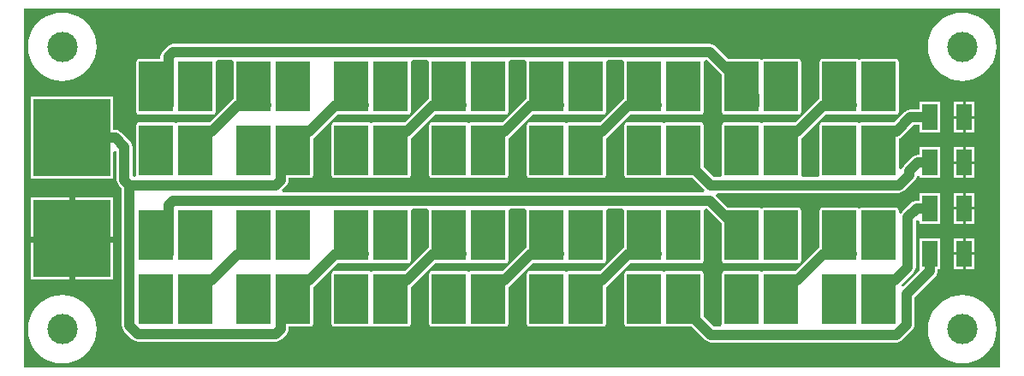
<source format=gtl>
G04*
G04 #@! TF.GenerationSoftware,Altium Limited,Altium Designer,19.0.15 (446)*
G04*
G04 Layer_Physical_Order=1*
G04 Layer_Color=255*
%FSLAX25Y25*%
%MOIN*%
G70*
G01*
G75*
%ADD19R,0.03150X0.04331*%
%ADD20R,0.06000X0.10000*%
%ADD21C,0.02400*%
%ADD22C,0.00500*%
%ADD23C,0.04000*%
%ADD24R,0.13386X0.19685*%
%ADD25C,0.11811*%
%ADD26R,0.30000X0.30000*%
%ADD27C,0.05000*%
G36*
X380870Y1020D02*
X1020Y1020D01*
X1020Y140713D01*
X380870Y140713D01*
X380870Y1020D01*
D02*
G37*
%LPC*%
G36*
X366142Y139336D02*
X364053Y139172D01*
X362016Y138683D01*
X360080Y137881D01*
X358294Y136786D01*
X356700Y135426D01*
X355340Y133833D01*
X354245Y132046D01*
X353443Y130110D01*
X352954Y128073D01*
X352790Y125984D01*
X352954Y123896D01*
X353443Y121858D01*
X354245Y119922D01*
X355340Y118136D01*
X356700Y116543D01*
X358294Y115182D01*
X360080Y114087D01*
X362016Y113286D01*
X364053Y112796D01*
X366142Y112632D01*
X368231Y112796D01*
X370268Y113286D01*
X372203Y114087D01*
X373990Y115182D01*
X375583Y116543D01*
X376944Y118136D01*
X378039Y119922D01*
X378840Y121858D01*
X379329Y123896D01*
X379494Y125984D01*
X379329Y128073D01*
X378840Y130110D01*
X378039Y132046D01*
X376944Y133833D01*
X375583Y135426D01*
X373990Y136786D01*
X372203Y137881D01*
X370268Y138683D01*
X368231Y139172D01*
X366142Y139336D01*
D02*
G37*
G36*
X15748D02*
X13659Y139172D01*
X11622Y138683D01*
X9686Y137881D01*
X7900Y136786D01*
X6307Y135426D01*
X4946Y133833D01*
X3851Y132046D01*
X3049Y130110D01*
X2560Y128073D01*
X2396Y125984D01*
X2560Y123896D01*
X3049Y121858D01*
X3851Y119922D01*
X4946Y118136D01*
X6307Y116543D01*
X7900Y115182D01*
X9686Y114087D01*
X11622Y113286D01*
X13659Y112796D01*
X15748Y112632D01*
X17837Y112796D01*
X19874Y113286D01*
X21810Y114087D01*
X23596Y115182D01*
X25189Y116543D01*
X26550Y118136D01*
X27645Y119922D01*
X28447Y121858D01*
X28936Y123896D01*
X29100Y125984D01*
X28936Y128073D01*
X28447Y130110D01*
X27645Y132046D01*
X26550Y133833D01*
X25189Y135426D01*
X23596Y136786D01*
X21810Y137881D01*
X19874Y138683D01*
X17837Y139172D01*
X15748Y139336D01*
D02*
G37*
G36*
X370986Y104425D02*
X367486D01*
Y98925D01*
X370986D01*
Y104425D01*
D02*
G37*
G36*
X366486D02*
X362986D01*
Y98925D01*
X366486D01*
Y104425D01*
D02*
G37*
G36*
X268000Y127026D02*
X59000D01*
X58217Y126923D01*
X57487Y126620D01*
X56860Y126140D01*
X54908Y124187D01*
X54427Y123560D01*
X54124Y122830D01*
X54021Y122047D01*
Y121264D01*
X45630D01*
X45240Y121186D01*
X44909Y120965D01*
X44688Y120634D01*
X44610Y120244D01*
Y100559D01*
X44688Y100169D01*
X44909Y99838D01*
X45240Y99617D01*
X45630Y99540D01*
X59016D01*
X59406Y99617D01*
X59737Y99838D01*
X60263D01*
X60594Y99617D01*
X60984Y99540D01*
X74370D01*
X74760Y99617D01*
X75091Y99838D01*
X75312Y100169D01*
X75390Y100559D01*
Y120244D01*
X76196Y120974D01*
X81804D01*
X82610Y120244D01*
Y105741D01*
X82605Y105739D01*
X81978Y105258D01*
X73181Y96460D01*
X60984D01*
X60594Y96383D01*
X60263Y96162D01*
X59737D01*
X59406Y96383D01*
X59016Y96460D01*
X45630D01*
X45240Y96383D01*
X44909Y96162D01*
X44688Y95831D01*
X44610Y95441D01*
Y75912D01*
X43808Y75278D01*
X43026Y75542D01*
Y87000D01*
X43026Y87000D01*
X42923Y87783D01*
X42621Y88513D01*
X42140Y89140D01*
X38589Y92691D01*
X37962Y93172D01*
X37232Y93474D01*
X36449Y93577D01*
X35685D01*
Y106551D01*
X3685D01*
Y74551D01*
X35685D01*
Y84881D01*
X36685Y85391D01*
X36974Y85181D01*
Y74000D01*
X37077Y73217D01*
X37380Y72487D01*
X37860Y71860D01*
X38974Y70747D01*
Y17143D01*
X39077Y16360D01*
X39380Y15630D01*
X39860Y15004D01*
X43004Y11860D01*
X43630Y11379D01*
X44360Y11077D01*
X45143Y10974D01*
X99000D01*
X99783Y11077D01*
X100513Y11379D01*
X101140Y11860D01*
X103092Y13813D01*
X103573Y14440D01*
X103876Y15170D01*
X103979Y15953D01*
Y16736D01*
X112370D01*
X112760Y16814D01*
X113091Y17035D01*
X113312Y17366D01*
X113390Y17756D01*
Y32259D01*
X113395Y32261D01*
X114022Y32742D01*
X122819Y41539D01*
X135016D01*
X135406Y41617D01*
X135737Y41838D01*
X136263D01*
X136594Y41617D01*
X136984Y41539D01*
X150370D01*
X150760Y41617D01*
X151091Y41838D01*
X151312Y42169D01*
X151390Y42559D01*
Y62244D01*
X152196Y62974D01*
X157804D01*
X158610Y62244D01*
Y47741D01*
X158605Y47739D01*
X157978Y47258D01*
X149181Y38460D01*
X136984D01*
X136594Y38383D01*
X136263Y38162D01*
X135737D01*
X135406Y38383D01*
X135016Y38460D01*
X121630D01*
X121240Y38383D01*
X120909Y38162D01*
X120688Y37831D01*
X120610Y37441D01*
Y17756D01*
X120688Y17366D01*
X120909Y17035D01*
X121240Y16814D01*
X121630Y16736D01*
X135016D01*
X135406Y16814D01*
X135737Y17035D01*
X136263D01*
X136594Y16814D01*
X136984Y16736D01*
X150370D01*
X150760Y16814D01*
X151091Y17035D01*
X151312Y17366D01*
X151390Y17756D01*
Y32259D01*
X151395Y32261D01*
X152022Y32742D01*
X160819Y41539D01*
X173016D01*
X173406Y41617D01*
X173737Y41838D01*
X174263D01*
X174594Y41617D01*
X174984Y41539D01*
X188370D01*
X188760Y41617D01*
X189091Y41838D01*
X189312Y42169D01*
X189390Y42559D01*
Y62244D01*
X190196Y62974D01*
X195804D01*
X196610Y62244D01*
Y47741D01*
X196605Y47739D01*
X195978Y47258D01*
X187181Y38460D01*
X174984D01*
X174594Y38383D01*
X174263Y38162D01*
X173737D01*
X173406Y38383D01*
X173016Y38460D01*
X159630D01*
X159240Y38383D01*
X158909Y38162D01*
X158688Y37831D01*
X158610Y37441D01*
Y17756D01*
X158688Y17366D01*
X158909Y17035D01*
X159240Y16814D01*
X159630Y16736D01*
X173016D01*
X173406Y16814D01*
X173737Y17035D01*
X174263D01*
X174594Y16814D01*
X174984Y16736D01*
X188370D01*
X188760Y16814D01*
X189091Y17035D01*
X189312Y17366D01*
X189390Y17756D01*
Y32259D01*
X189395Y32261D01*
X190022Y32742D01*
X198819Y41539D01*
X211016D01*
X211406Y41617D01*
X211737Y41838D01*
X212263D01*
X212594Y41617D01*
X212984Y41539D01*
X226370D01*
X226760Y41617D01*
X227091Y41838D01*
X227312Y42169D01*
X227390Y42559D01*
Y62244D01*
X228196Y62974D01*
X233804D01*
X234610Y62244D01*
Y47741D01*
X234605Y47739D01*
X233979Y47258D01*
X225181Y38460D01*
X212984D01*
X212594Y38383D01*
X212263Y38162D01*
X211737D01*
X211406Y38383D01*
X211016Y38460D01*
X197630D01*
X197240Y38383D01*
X196909Y38162D01*
X196688Y37831D01*
X196610Y37441D01*
Y17756D01*
X196688Y17366D01*
X196909Y17035D01*
X197240Y16814D01*
X197630Y16736D01*
X211016D01*
X211406Y16814D01*
X211737Y17035D01*
X212263D01*
X212594Y16814D01*
X212984Y16736D01*
X226370D01*
X226760Y16814D01*
X227091Y17035D01*
X227312Y17366D01*
X227390Y17756D01*
Y32259D01*
X227395Y32261D01*
X228022Y32742D01*
X236819Y41539D01*
X249016D01*
X249406Y41617D01*
X249737Y41838D01*
X250263D01*
X250594Y41617D01*
X250984Y41539D01*
X264370D01*
X264760Y41617D01*
X265091Y41838D01*
X265312Y42169D01*
X265390Y42559D01*
Y62244D01*
X266196Y62974D01*
X266747D01*
X272610Y57110D01*
Y42559D01*
X272688Y42169D01*
X272909Y41838D01*
X273240Y41617D01*
X273630Y41539D01*
X287016D01*
X287406Y41617D01*
X287737Y41838D01*
X288263D01*
X288594Y41617D01*
X288984Y41539D01*
X302370D01*
X302760Y41617D01*
X303091Y41838D01*
X303312Y42169D01*
X303390Y42559D01*
Y62244D01*
X303312Y62634D01*
X303091Y62965D01*
X302760Y63186D01*
X302370Y63264D01*
X288984D01*
X288594Y63186D01*
X288263Y62965D01*
X287737D01*
X287406Y63186D01*
X287016Y63264D01*
X275016D01*
X270305Y67974D01*
X270455Y68613D01*
X270695Y68974D01*
X341500D01*
X342283Y69077D01*
X343013Y69380D01*
X343640Y69860D01*
X347640Y73860D01*
X348120Y74487D01*
X348423Y75217D01*
X348486Y75699D01*
X349486Y75633D01*
Y74709D01*
X357486D01*
Y86709D01*
X349486D01*
Y83735D01*
X348709D01*
X347925Y83631D01*
X347196Y83329D01*
X346569Y82848D01*
X343360Y79640D01*
X342880Y79013D01*
X342577Y78283D01*
X342550Y78077D01*
X342390Y77972D01*
X341390Y78510D01*
Y90052D01*
X341895Y90261D01*
X342522Y90742D01*
X347179Y95399D01*
X349486D01*
Y92425D01*
X357486D01*
Y104425D01*
X349486D01*
Y101451D01*
X345925D01*
X345142Y101348D01*
X344412Y101046D01*
X343786Y100565D01*
X343786Y100565D01*
X339681Y96460D01*
X326984D01*
X326594Y96383D01*
X326263Y96162D01*
X325737D01*
X325406Y96383D01*
X325016Y96460D01*
X311630D01*
X311240Y96383D01*
X310909Y96162D01*
X310688Y95831D01*
X310610Y95441D01*
Y75756D01*
X309804Y75026D01*
X304196D01*
X303390Y75756D01*
Y90259D01*
X303395Y90261D01*
X304022Y90742D01*
X312819Y99540D01*
X325016D01*
X325406Y99617D01*
X325737Y99838D01*
X326263D01*
X326594Y99617D01*
X326984Y99540D01*
X340370D01*
X340760Y99617D01*
X341091Y99838D01*
X341312Y100169D01*
X341390Y100559D01*
Y120244D01*
X341312Y120634D01*
X341091Y120965D01*
X340760Y121186D01*
X340370Y121264D01*
X326984D01*
X326594Y121186D01*
X326263Y120965D01*
X325737D01*
X325406Y121186D01*
X325016Y121264D01*
X311630D01*
X311240Y121186D01*
X310909Y120965D01*
X310688Y120634D01*
X310610Y120244D01*
Y105741D01*
X310605Y105739D01*
X309979Y105258D01*
X301181Y96460D01*
X288984D01*
X288594Y96383D01*
X288263Y96162D01*
X287737D01*
X287406Y96383D01*
X287016Y96460D01*
X273630D01*
X273240Y96383D01*
X272909Y96162D01*
X272688Y95831D01*
X272610Y95441D01*
Y75756D01*
X271804Y75026D01*
X269379D01*
X265390Y79016D01*
Y95441D01*
X265312Y95831D01*
X265091Y96162D01*
X264760Y96383D01*
X264370Y96460D01*
X250984D01*
X250594Y96383D01*
X250263Y96162D01*
X249737D01*
X249406Y96383D01*
X249016Y96460D01*
X235630D01*
X235240Y96383D01*
X234909Y96162D01*
X234688Y95831D01*
X234610Y95441D01*
Y75756D01*
X234688Y75366D01*
X234909Y75035D01*
X235240Y74814D01*
X235630Y74736D01*
X249016D01*
X249406Y74814D01*
X249737Y75035D01*
X250263D01*
X250594Y74814D01*
X250984Y74736D01*
X261110D01*
X265821Y70026D01*
X265671Y69387D01*
X265431Y69026D01*
X101695D01*
X101455Y69387D01*
X101305Y70026D01*
X103092Y71813D01*
X103573Y72440D01*
X103876Y73170D01*
X103979Y73953D01*
Y74736D01*
X112370D01*
X112760Y74814D01*
X113091Y75035D01*
X113312Y75366D01*
X113390Y75756D01*
Y90259D01*
X113395Y90261D01*
X114022Y90742D01*
X122819Y99540D01*
X135016D01*
X135406Y99617D01*
X135737Y99838D01*
X136263D01*
X136594Y99617D01*
X136984Y99540D01*
X150370D01*
X150760Y99617D01*
X151091Y99838D01*
X151312Y100169D01*
X151390Y100559D01*
Y120244D01*
X152196Y120974D01*
X157804D01*
X158610Y120244D01*
Y105741D01*
X158605Y105739D01*
X157978Y105258D01*
X149181Y96460D01*
X136984D01*
X136594Y96383D01*
X136263Y96162D01*
X135737D01*
X135406Y96383D01*
X135016Y96460D01*
X121630D01*
X121240Y96383D01*
X120909Y96162D01*
X120688Y95831D01*
X120610Y95441D01*
Y75756D01*
X120688Y75366D01*
X120909Y75035D01*
X121240Y74814D01*
X121630Y74736D01*
X135016D01*
X135406Y74814D01*
X135737Y75035D01*
X136263D01*
X136594Y74814D01*
X136984Y74736D01*
X150370D01*
X150760Y74814D01*
X151091Y75035D01*
X151312Y75366D01*
X151390Y75756D01*
Y90259D01*
X151395Y90261D01*
X152022Y90742D01*
X160819Y99540D01*
X173016D01*
X173406Y99617D01*
X173737Y99838D01*
X174263D01*
X174594Y99617D01*
X174984Y99540D01*
X188370D01*
X188760Y99617D01*
X189091Y99838D01*
X189312Y100169D01*
X189390Y100559D01*
Y120244D01*
X190196Y120974D01*
X195804D01*
X196610Y120244D01*
Y105741D01*
X196605Y105739D01*
X195978Y105258D01*
X187181Y96460D01*
X174984D01*
X174594Y96383D01*
X174263Y96162D01*
X173737D01*
X173406Y96383D01*
X173016Y96460D01*
X159630D01*
X159240Y96383D01*
X158909Y96162D01*
X158688Y95831D01*
X158610Y95441D01*
Y75756D01*
X158688Y75366D01*
X158909Y75035D01*
X159240Y74814D01*
X159630Y74736D01*
X173016D01*
X173406Y74814D01*
X173737Y75035D01*
X174263D01*
X174594Y74814D01*
X174984Y74736D01*
X188370D01*
X188760Y74814D01*
X189091Y75035D01*
X189312Y75366D01*
X189390Y75756D01*
Y90259D01*
X189395Y90261D01*
X190022Y90742D01*
X198819Y99540D01*
X211016D01*
X211406Y99617D01*
X211737Y99838D01*
X212263D01*
X212594Y99617D01*
X212984Y99540D01*
X226370D01*
X226760Y99617D01*
X227091Y99838D01*
X227312Y100169D01*
X227390Y100559D01*
Y120244D01*
X228196Y120974D01*
X233804D01*
X234610Y120244D01*
Y105741D01*
X234605Y105739D01*
X233979Y105258D01*
X225181Y96460D01*
X212984D01*
X212594Y96383D01*
X212263Y96162D01*
X211737D01*
X211406Y96383D01*
X211016Y96460D01*
X197630D01*
X197240Y96383D01*
X196909Y96162D01*
X196688Y95831D01*
X196610Y95441D01*
Y75756D01*
X196688Y75366D01*
X196909Y75035D01*
X197240Y74814D01*
X197630Y74736D01*
X211016D01*
X211406Y74814D01*
X211737Y75035D01*
X212263D01*
X212594Y74814D01*
X212984Y74736D01*
X226370D01*
X226760Y74814D01*
X227091Y75035D01*
X227312Y75366D01*
X227390Y75756D01*
Y90259D01*
X227395Y90261D01*
X228022Y90742D01*
X236819Y99540D01*
X249016D01*
X249406Y99617D01*
X249737Y99838D01*
X250263D01*
X250594Y99617D01*
X250984Y99540D01*
X264370D01*
X264760Y99617D01*
X265091Y99838D01*
X265312Y100169D01*
X265390Y100559D01*
Y120244D01*
X266196Y120974D01*
X266747D01*
X272610Y115110D01*
Y100559D01*
X272688Y100169D01*
X272909Y99838D01*
X273240Y99617D01*
X273630Y99540D01*
X287016D01*
X287406Y99617D01*
X287737Y99838D01*
X288263D01*
X288594Y99617D01*
X288984Y99540D01*
X302370D01*
X302760Y99617D01*
X303091Y99838D01*
X303312Y100169D01*
X303390Y100559D01*
Y120244D01*
X303312Y120634D01*
X303091Y120965D01*
X302760Y121186D01*
X302370Y121264D01*
X288984D01*
X288594Y121186D01*
X288263Y120965D01*
X287737D01*
X287406Y121186D01*
X287016Y121264D01*
X275016D01*
X270140Y126140D01*
X269513Y126620D01*
X268783Y126923D01*
X268000Y127026D01*
D02*
G37*
G36*
X370986Y97925D02*
X367486D01*
Y92425D01*
X370986D01*
Y97925D01*
D02*
G37*
G36*
X366486D02*
X362986D01*
Y92425D01*
X366486D01*
Y97925D01*
D02*
G37*
G36*
X370986Y86709D02*
X367486D01*
Y81209D01*
X370986D01*
Y86709D01*
D02*
G37*
G36*
X366486D02*
X362986D01*
Y81209D01*
X366486D01*
Y86709D01*
D02*
G37*
G36*
X370986Y80209D02*
X367486D01*
Y74709D01*
X370986D01*
Y80209D01*
D02*
G37*
G36*
X366486D02*
X362986D01*
Y74709D01*
X366486D01*
Y80209D01*
D02*
G37*
G36*
X357486Y68992D02*
X349486D01*
Y66018D01*
X348492D01*
X348492Y66018D01*
X347709Y65915D01*
X346979Y65613D01*
X346353Y65132D01*
X342860Y61640D01*
X342390Y61026D01*
X342347Y61020D01*
X341390Y61236D01*
Y62244D01*
X341312Y62634D01*
X341091Y62965D01*
X340760Y63186D01*
X340370Y63264D01*
X326984D01*
X326594Y63186D01*
X326263Y62965D01*
X325737D01*
X325406Y63186D01*
X325016Y63264D01*
X311630D01*
X311240Y63186D01*
X310909Y62965D01*
X310688Y62634D01*
X310610Y62244D01*
Y47741D01*
X310605Y47739D01*
X309979Y47258D01*
X301181Y38460D01*
X288984D01*
X288594Y38383D01*
X288263Y38162D01*
X287737D01*
X287406Y38383D01*
X287016Y38460D01*
X273630D01*
X273240Y38383D01*
X272909Y38162D01*
X272688Y37831D01*
X272610Y37441D01*
Y17756D01*
X272619Y17711D01*
X272113Y16873D01*
X271923Y16711D01*
X269568D01*
X265390Y20890D01*
Y37441D01*
X265312Y37831D01*
X265091Y38162D01*
X264760Y38383D01*
X264370Y38460D01*
X250984D01*
X250594Y38383D01*
X250263Y38162D01*
X249737D01*
X249406Y38383D01*
X249016Y38460D01*
X235630D01*
X235240Y38383D01*
X234909Y38162D01*
X234688Y37831D01*
X234610Y37441D01*
Y17756D01*
X234688Y17366D01*
X234909Y17035D01*
X235240Y16814D01*
X235630Y16736D01*
X249016D01*
X249406Y16814D01*
X249737Y17035D01*
X250263D01*
X250594Y16814D01*
X250984Y16736D01*
X260984D01*
X266175Y11545D01*
X266802Y11065D01*
X267532Y10762D01*
X268315Y10659D01*
X340685D01*
X341468Y10762D01*
X342198Y11065D01*
X342825Y11545D01*
X346640Y15360D01*
X347120Y15987D01*
X347423Y16717D01*
X347526Y17500D01*
X347526Y17500D01*
Y28247D01*
X355626Y36347D01*
X355626Y36347D01*
X356107Y36973D01*
X356409Y37703D01*
X356512Y38486D01*
Y39276D01*
X357486D01*
Y51276D01*
X349486D01*
Y39276D01*
X349486D01*
X349636Y38915D01*
X343127Y32407D01*
X342755Y32432D01*
X342094Y32788D01*
X342095Y32816D01*
X347140Y37860D01*
X347621Y38487D01*
X347923Y39217D01*
X348026Y40000D01*
Y58013D01*
X348486Y58374D01*
X349486Y57903D01*
Y56992D01*
X357486D01*
Y68992D01*
D02*
G37*
G36*
X370986D02*
X367486D01*
Y63492D01*
X370986D01*
Y68992D01*
D02*
G37*
G36*
X366486D02*
X362986D01*
Y63492D01*
X366486D01*
Y68992D01*
D02*
G37*
G36*
X370986Y62492D02*
X367486D01*
Y56992D01*
X370986D01*
Y62492D01*
D02*
G37*
G36*
X366486D02*
X362986D01*
Y56992D01*
X366486D01*
Y62492D01*
D02*
G37*
G36*
X35685Y67181D02*
X20185D01*
Y51681D01*
X35685D01*
Y67181D01*
D02*
G37*
G36*
X19185D02*
X3685D01*
Y51681D01*
X19185D01*
Y67181D01*
D02*
G37*
G36*
X370986Y51276D02*
X367486D01*
Y45776D01*
X370986D01*
Y51276D01*
D02*
G37*
G36*
X366486D02*
X362986D01*
Y45776D01*
X366486D01*
Y51276D01*
D02*
G37*
G36*
X370986Y44776D02*
X367486D01*
Y39276D01*
X370986D01*
Y44776D01*
D02*
G37*
G36*
X366486D02*
X362986D01*
Y39276D01*
X366486D01*
Y44776D01*
D02*
G37*
G36*
X35685Y50681D02*
X20185D01*
Y35181D01*
X35685D01*
Y50681D01*
D02*
G37*
G36*
X19185D02*
X3685D01*
Y35181D01*
X19185D01*
Y50681D01*
D02*
G37*
G36*
X366142Y29100D02*
X364053Y28936D01*
X362016Y28447D01*
X360080Y27645D01*
X358294Y26550D01*
X356700Y25189D01*
X355340Y23596D01*
X354245Y21810D01*
X353443Y19874D01*
X352954Y17837D01*
X352790Y15748D01*
X352954Y13659D01*
X353443Y11622D01*
X354245Y9686D01*
X355340Y7900D01*
X356700Y6307D01*
X358294Y4946D01*
X360080Y3851D01*
X362016Y3049D01*
X364053Y2560D01*
X366142Y2396D01*
X368231Y2560D01*
X370268Y3049D01*
X372203Y3851D01*
X373990Y4946D01*
X375583Y6307D01*
X376944Y7900D01*
X378039Y9686D01*
X378840Y11622D01*
X379329Y13659D01*
X379494Y15748D01*
X379329Y17837D01*
X378840Y19874D01*
X378039Y21810D01*
X376944Y23596D01*
X375583Y25189D01*
X373990Y26550D01*
X372203Y27645D01*
X370268Y28447D01*
X368231Y28936D01*
X366142Y29100D01*
D02*
G37*
G36*
X15748D02*
X13659Y28936D01*
X11622Y28447D01*
X9686Y27645D01*
X7900Y26550D01*
X6307Y25189D01*
X4946Y23596D01*
X3851Y21810D01*
X3049Y19874D01*
X2560Y17837D01*
X2396Y15748D01*
X2560Y13659D01*
X3049Y11622D01*
X3851Y9686D01*
X4946Y7900D01*
X6307Y6307D01*
X7900Y4946D01*
X9686Y3851D01*
X11622Y3049D01*
X13659Y2560D01*
X15748Y2396D01*
X17837Y2560D01*
X19874Y3049D01*
X21810Y3851D01*
X23596Y4946D01*
X25189Y6307D01*
X26550Y7900D01*
X27645Y9686D01*
X28447Y11622D01*
X28936Y13659D01*
X29100Y15748D01*
X28936Y17837D01*
X28447Y19874D01*
X27645Y21810D01*
X26550Y23596D01*
X25189Y25189D01*
X23596Y26550D01*
X21810Y27645D01*
X19874Y28447D01*
X17837Y28936D01*
X15748Y29100D01*
D02*
G37*
%LPD*%
D19*
X247047Y45118D02*
D03*
X252953Y34882D02*
D03*
X328953Y92882D02*
D03*
X323047Y103118D02*
D03*
X290953Y92882D02*
D03*
X285047Y103118D02*
D03*
X57047D02*
D03*
X62953Y92882D02*
D03*
X95047Y103118D02*
D03*
X100953Y92882D02*
D03*
X252953D02*
D03*
X247047Y103118D02*
D03*
X214953Y92882D02*
D03*
X209047Y103118D02*
D03*
X176953Y92882D02*
D03*
X171047Y103118D02*
D03*
X138953Y92882D02*
D03*
X133047Y103118D02*
D03*
X328953Y34882D02*
D03*
X323047Y45118D02*
D03*
X290953Y34882D02*
D03*
X285047Y45118D02*
D03*
X57047D02*
D03*
X62953Y34882D02*
D03*
X95047Y45118D02*
D03*
X100953Y34882D02*
D03*
X214953D02*
D03*
X209047Y45118D02*
D03*
X176953Y34882D02*
D03*
X171047Y45118D02*
D03*
X138953Y34882D02*
D03*
X133047Y45118D02*
D03*
D20*
X353486Y45276D02*
D03*
X366986D02*
D03*
Y62992D02*
D03*
X353486D02*
D03*
X366986Y80709D02*
D03*
X353486D02*
D03*
X366986Y98425D02*
D03*
X353486D02*
D03*
D21*
X19685Y51000D02*
X37000D01*
X2370D02*
X19685D01*
Y31500D02*
Y51000D01*
Y51181D02*
Y70000D01*
D22*
X155000Y7000D02*
X250000D01*
X41000D02*
X155000D01*
X375000Y45276D02*
Y54000D01*
X366986Y45276D02*
X375000D01*
Y89500D02*
Y98425D01*
X366986D02*
X375000D01*
Y80750D02*
Y89500D01*
Y72000D02*
Y80750D01*
X374959Y80709D02*
X375000Y80750D01*
X366986Y80709D02*
X374959D01*
X375000Y63000D02*
Y72000D01*
Y54000D02*
Y63000D01*
X374992Y62992D02*
X375000Y63000D01*
X366986Y62992D02*
X374992D01*
X34000Y7000D02*
X41000D01*
X34000D02*
Y31500D01*
X19685D02*
X34000D01*
D23*
X353486Y38486D02*
Y45276D01*
X344500Y29500D02*
X353486Y38486D01*
X344500Y17500D02*
Y29500D01*
X340685Y13685D02*
X344500Y17500D01*
X268315Y13685D02*
X340685D01*
X345925Y98425D02*
X353486D01*
X340382Y92882D02*
X345925Y98425D01*
X328953Y92882D02*
X340382D01*
X348709Y80709D02*
X353486D01*
X345500Y77500D02*
X348709Y80709D01*
X345500Y76000D02*
Y77500D01*
X341500Y72000D02*
X345500Y76000D01*
X268126Y72000D02*
X341500D01*
X348492Y62992D02*
X353486D01*
X345000Y59500D02*
X348492Y62992D01*
X345000Y40000D02*
Y59500D01*
X339882Y34882D02*
X345000Y40000D01*
X252953Y87173D02*
X268126Y72000D01*
X328953Y34882D02*
X339882D01*
X19685Y90551D02*
X36449D01*
X40000Y87000D01*
Y74000D02*
Y87000D01*
Y74000D02*
X42000Y72000D01*
X252953Y29047D02*
X268315Y13685D01*
X285047Y103118D02*
Y106953D01*
X268000Y124000D02*
X285047Y106953D01*
X59000Y124000D02*
X268000D01*
X57047Y122047D02*
X59000Y124000D01*
X57047Y103118D02*
Y122047D01*
X252953Y87173D02*
Y92882D01*
X290953D02*
X301882D01*
X312118Y103118D01*
X323047D01*
X214953Y92882D02*
X225882D01*
X236118Y103118D01*
X247047D01*
X176953Y92882D02*
X187882D01*
X198118Y103118D01*
X209047D01*
X138953Y92882D02*
X149882D01*
X160118Y103118D01*
X171047D01*
X62953Y92882D02*
X73882D01*
X84118Y103118D01*
X95047D01*
X42000Y17143D02*
Y72000D01*
X45143Y14000D02*
X99000D01*
X42000Y17143D02*
X45143Y14000D01*
X122118Y103118D02*
X133047D01*
X111882Y92882D02*
X122118Y103118D01*
X100953Y92882D02*
X111882D01*
X100953Y73953D02*
Y92882D01*
X99000Y72000D02*
X100953Y73953D01*
X42000Y72000D02*
X99000D01*
X252953Y29047D02*
Y34882D01*
X291000Y35000D02*
X302000D01*
X312118Y45118D01*
X323047D01*
X59000Y66000D02*
X268000D01*
X285000Y49000D01*
Y45000D02*
Y49000D01*
X57047Y45118D02*
Y64047D01*
X59000Y66000D01*
X62953Y34882D02*
X73882D01*
X84000Y45000D01*
X95000D01*
X99000Y14000D02*
X100953Y15953D01*
Y34882D01*
X111882D01*
X122118Y45118D01*
X133047D01*
X236118D02*
X247047D01*
X225882Y34882D02*
X236118Y45118D01*
X214953Y34882D02*
X225882D01*
X198118Y45118D02*
X209047D01*
X187882Y34882D02*
X198118Y45118D01*
X176953Y34882D02*
X187882D01*
X160118Y45118D02*
X171047D01*
X149882Y34882D02*
X160118Y45118D01*
X138953Y34882D02*
X149882D01*
D24*
X242323Y27598D02*
D03*
X242323Y52402D02*
D03*
X257677Y27598D02*
D03*
X257677Y52402D02*
D03*
X333677Y85598D02*
D03*
X318323D02*
D03*
X318323Y110402D02*
D03*
X333677D02*
D03*
X295677Y85598D02*
D03*
X280323D02*
D03*
X280323Y110402D02*
D03*
X295677D02*
D03*
X52323D02*
D03*
X67677D02*
D03*
X67677Y85598D02*
D03*
X52323D02*
D03*
X90323Y110402D02*
D03*
X105677D02*
D03*
X105677Y85598D02*
D03*
X90323D02*
D03*
X257677D02*
D03*
X242323D02*
D03*
X242323Y110402D02*
D03*
X257677D02*
D03*
X219677Y85598D02*
D03*
X204323D02*
D03*
X204323Y110402D02*
D03*
X219677D02*
D03*
X181677Y85598D02*
D03*
X166323D02*
D03*
X166323Y110402D02*
D03*
X181677D02*
D03*
X143677Y85598D02*
D03*
X128323D02*
D03*
X128323Y110402D02*
D03*
X143677D02*
D03*
X333677Y27598D02*
D03*
X318323D02*
D03*
X318323Y52402D02*
D03*
X333677D02*
D03*
X295677Y27598D02*
D03*
X280323D02*
D03*
X280323Y52402D02*
D03*
X295677D02*
D03*
X52323D02*
D03*
X67677D02*
D03*
X67677Y27598D02*
D03*
X52323D02*
D03*
X90323Y52402D02*
D03*
X105677D02*
D03*
X105677Y27598D02*
D03*
X90323D02*
D03*
X219677D02*
D03*
X204323D02*
D03*
X204323Y52402D02*
D03*
X219677D02*
D03*
X181677Y27598D02*
D03*
X166323D02*
D03*
X166323Y52402D02*
D03*
X181677D02*
D03*
X143677Y27598D02*
D03*
X128323D02*
D03*
X128323Y52402D02*
D03*
X143677D02*
D03*
D25*
X366142Y15748D02*
D03*
Y125984D02*
D03*
X15748D02*
D03*
Y15748D02*
D03*
D26*
X19685Y51181D02*
D03*
Y90551D02*
D03*
D27*
X375000Y54000D02*
D03*
Y72000D02*
D03*
Y89500D02*
D03*
X155000Y7000D02*
D03*
X41000Y129500D02*
D03*
Y7000D02*
D03*
X326000Y130000D02*
D03*
X250000Y7000D02*
D03*
M02*

</source>
